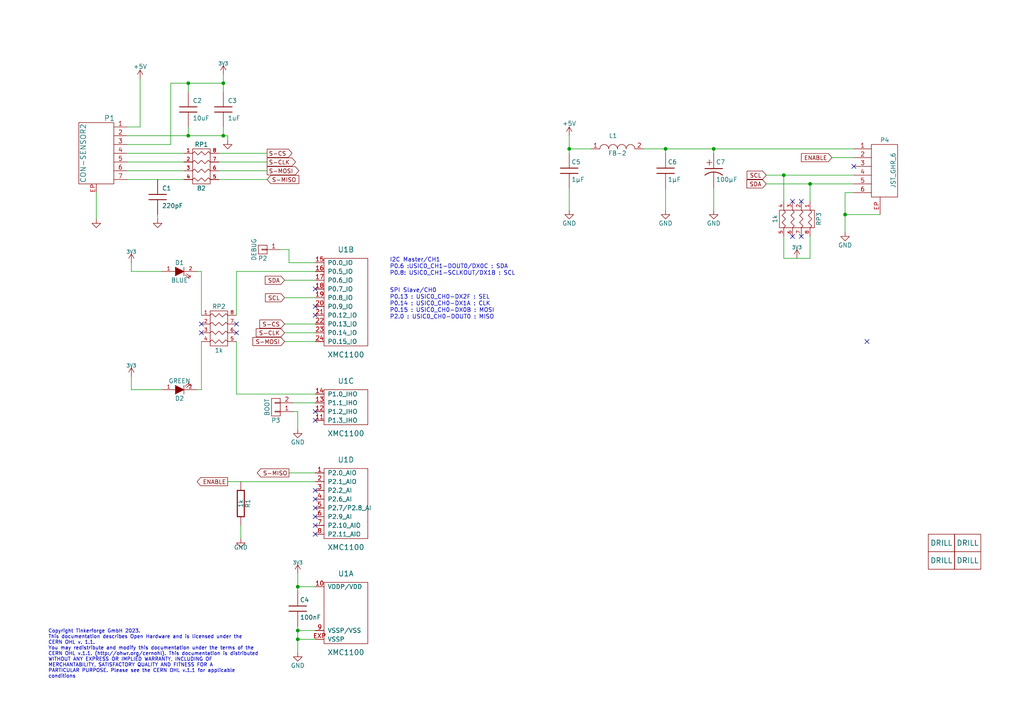
<source format=kicad_sch>
(kicad_sch (version 20230121) (generator eeschema)
  (paper "A4")
  (title_block (title "Laser Range Finder Bricklet 2.0") (date "2023-01-27") (rev "2.0") (company "Tinkerforge GmbH") (comment 1 "Licensed under CERN OHL v.1.1") (comment 2 "Copyright (©) 2023, T.Schneidermann <tim@tinkerforge.com>"))
  (lib_symbols
    (symbol "tinkerforge:+5V" (power) (pin_names (offset 0))
      (property "Value" "+5V" (at 0 3.556 0))
      (symbol "+5V_0_1"
        (polyline (pts (xy -0.762 1.27) (xy 0 2.54)))
        (polyline (pts (xy 0 0) (xy 0 2.54)))
        (polyline (pts (xy 0 2.54) (xy 0.762 1.27)))
      )
      (symbol "+5V_1_1"
        (pin power_in line (at 0 0 90) (length 0) hide (name "+5V") (number "1"))
      )
    )
    (symbol "tinkerforge:3V3" (power) (pin_names (offset 0))
      (property "Value" "3V3" (at 0 3.556 0))
      (symbol "3V3_0_1"
        (polyline (pts (xy -0.762 1.27) (xy 0 2.54)))
        (polyline (pts (xy 0 0) (xy 0 2.54)))
        (polyline (pts (xy 0 2.54) (xy 0.762 1.27)))
      )
      (symbol "3V3_1_1"
        (pin power_in line (at 0 0 90) (length 0) hide (name "3V3") (number "1"))
      )
    )
    (symbol "tinkerforge:C" (pin_numbers hide) (pin_names (offset 0.254))
      (property "Reference" "C" (at 1.27 2.54 0))
      (property "Value" "C" (at 1.27 -2.54 0))
      (symbol "C_0_1"
        (polyline (pts (xy -2.54 -0.762) (xy 2.54 -0.762)) (stroke (width 0.254)))
        (polyline (pts (xy -2.54 0.762) (xy 2.54 0.762)) (stroke (width 0.254)))
      )
      (symbol "C_1_1"
        (pin passive line (at 0 5.08 270) (length 4.318) (name "~") (number "1"))
        (pin passive line (at 0 -5.08 90) (length 4.318) (name "~") (number "2"))
      )
    )
    (symbol "tinkerforge:CON-SENSOR2" (pin_names (offset 1.016))
      (property "Reference" "P" (at -3.81 10.16 0))
      (property "Value" "CON-SENSOR2" (at 3.81 0 90))
      (symbol "CON-SENSOR2_0_1"
        (rectangle (start -5.08 8.89) (end 5.08 -8.89))
      )
      (symbol "CON-SENSOR2_1_1"
        (pin passive line (at -8.89 7.62 0) (length 3.81) (name "~") (number "1"))
        (pin passive line (at -8.89 5.08 0) (length 3.81) (name "~") (number "2"))
        (pin passive line (at -8.89 2.54 0) (length 3.81) (name "~") (number "3"))
        (pin passive line (at -8.89 0 0) (length 3.81) (name "~") (number "4"))
        (pin passive line (at -8.89 -2.54 0) (length 3.81) (name "~") (number "5"))
        (pin passive line (at -8.89 -5.08 0) (length 3.81) (name "~") (number "6"))
        (pin passive line (at -8.89 -7.62 0) (length 3.81) (name "~") (number "7"))
        (pin passive line (at 0 -11.43 90) (length 2.54) (name "~") (number "EP"))
      )
    )
    (symbol "tinkerforge:CONN_01X01" (pin_names (offset 1.016) hide)
      (property "Reference" "P" (at 0 2.54 0))
      (property "Value" "CONN_01X01" (at 2.54 0 90))
      (symbol "CONN_01X01_0_1"
        (rectangle (start -1.27 0.127) (end 0.254 -0.127))
        (rectangle (start -1.27 1.27) (end 1.27 -1.27))
      )
      (symbol "CONN_01X01_1_1"
        (pin passive line (at -5.08 0 0) (length 3.81) (name "P1") (number "1"))
      )
    )
    (symbol "tinkerforge:CONN_01X02" (pin_names (offset 1.016) hide)
      (property "Reference" "P" (at 0 3.81 0))
      (property "Value" "CONN_01X02" (at 2.54 0 90))
      (symbol "CONN_01X02_0_1"
        (rectangle (start -1.27 -1.143) (end 0.254 -1.397))
        (rectangle (start -1.27 1.397) (end 0.254 1.143))
        (rectangle (start -1.27 2.54) (end 1.27 -2.54))
      )
      (symbol "CONN_01X02_1_1"
        (pin passive line (at -5.08 1.27 0) (length 3.81) (name "P1") (number "1"))
        (pin passive line (at -5.08 -1.27 0) (length 3.81) (name "P2") (number "2"))
      )
    )
    (symbol "tinkerforge:CP1" (pin_numbers hide) (pin_names (offset 0.254) hide)
      (property "Reference" "C" (at 1.27 2.54 0))
      (property "Value" "CP1" (at 1.27 -2.54 0))
      (symbol "CP1_0_0"
        (text "+" (at -1.27 2.54 0) (effects (font (size 2.032 2.032))))
      )
      (symbol "CP1_0_1"
        (polyline (pts (xy 0 1.27) (xy 0 0.762) (xy 0 0.762)))
        (polyline (pts (xy 2.54 0.635) (xy -2.54 0.635) (xy -2.54 0.635)) (stroke (width 0.254)))
        (arc (start 2.54 -1.27) (mid 0 -0.379) (end -2.54 -1.27) (stroke (width 0.254)))
      )
      (symbol "CP1_1_1"
        (pin passive line (at 0 5.08 270) (length 3.81) (name "~") (number "1"))
        (pin passive line (at 0 -5.08 90) (length 4.572) (name "~") (number "2"))
      )
    )
    (symbol "tinkerforge:DRILL" (pin_numbers hide) (pin_names (offset 0) hide)
      (property "Value" "DRILL" (at 0 0 0))
      (symbol "DRILL_0_1"
        (rectangle (start -3.81 2.54) (end 3.81 -2.54))
      )
    )
    (symbol "tinkerforge:GND" (power) (pin_names (offset 0))
      (property "Value" "GND" (at 0 -5.08 0))
      (symbol "GND_0_1"
        (polyline (pts (xy 0 0) (xy 0 -1.27) (xy 1.27 -1.27) (xy 0 -2.54) (xy -1.27 -1.27) (xy 0 -1.27)))
      )
      (symbol "GND_1_1"
        (pin power_in line (at 0 0 270) (length 0) hide (name "GND") (number "1"))
      )
    )
    (symbol "tinkerforge:INDUCTOR" (pin_names (offset 1.016))
      (property "Reference" "L" (at 0 2.54 0))
      (property "Value" "INDUCTOR" (at 0 -2.54 0))
      (symbol "INDUCTOR_0_1"
        (arc (start -2.54 0) (mid -3.81 1.2645) (end -5.08 0))
        (arc (start 0 0) (mid -1.27 1.2645) (end -2.54 0))
        (arc (start 2.54 0) (mid 1.27 1.2645) (end 0 0))
        (arc (start 5.08 0) (mid 3.81 1.2645) (end 2.54 0))
      )
      (symbol "INDUCTOR_1_1"
        (pin input line (at -7.62 0 0) (length 2.54) (name "~") (number "1"))
        (pin input line (at 7.62 0 180) (length 2.54) (name "~") (number "2"))
      )
    )
    (symbol "tinkerforge:JST_GHR_6" (pin_names (offset 1.016))
      (property "Reference" "P" (at 0 8.89 0))
      (property "Value" "JST_GHR_6" (at 1.27 0 90))
      (symbol "JST_GHR_6_0_1"
        (rectangle (start -3.81 -7.62) (end 3.81 7.62))
      )
      (symbol "JST_GHR_6_1_1"
        (pin passive line (at -8.89 6.35 0) (length 5.08) (name "~") (number "1"))
        (pin passive line (at -8.89 3.81 0) (length 5.08) (name "~") (number "2"))
        (pin passive line (at -8.89 1.27 0) (length 5.08) (name "~") (number "3"))
        (pin passive line (at -8.89 -1.27 0) (length 5.08) (name "~") (number "4"))
        (pin passive line (at -8.89 -3.81 0) (length 5.08) (name "~") (number "5"))
        (pin passive line (at -8.89 -6.35 0) (length 5.08) (name "~") (number "6"))
        (pin passive line (at -1.27 -12.7 90) (length 5.08) (name "~") (number "EP"))
      )
    )
    (symbol "tinkerforge:LED" (pin_names (offset 1.016) hide)
      (property "Reference" "D" (at 0 2.54 0))
      (property "Value" "LED" (at 0 -2.54 0))
      (symbol "LED_0_1"
        (polyline (pts (xy 1.27 1.27) (xy 1.27 -1.27)))
        (polyline (pts (xy -1.27 1.27) (xy 1.27 0) (xy -1.27 -1.27)) (fill (type outline)))
        (polyline (pts (xy 1.651 -1.016) (xy 2.794 -2.032) (xy 2.667 -1.397)))
        (polyline (pts (xy 2.032 -0.635) (xy 3.175 -1.651) (xy 3.048 -1.016)))
      )
      (symbol "LED_1_1"
        (pin passive line (at -5.08 0 0) (length 3.81) (name "A") (number "1"))
        (pin passive line (at 5.08 0 180) (length 3.81) (name "K") (number "2"))
      )
    )
    (symbol "tinkerforge:R" (pin_numbers hide) (pin_names (offset 0))
      (property "Reference" "R" (at 2.032 0 90))
      (property "Value" "R" (at 0 0 90))
      (symbol "R_0_1"
        (rectangle (start -1.016 3.81) (end 1.016 -3.81) (stroke (width 0.3048)))
      )
      (symbol "R_1_1"
        (pin passive line (at 0 6.35 270) (length 2.54) (name "~") (number "1"))
        (pin passive line (at 0 -6.35 90) (length 2.54) (name "~") (number "2"))
      )
    )
    (symbol "tinkerforge:R_PACK4" (pin_names hide)
      (property "Reference" "RP" (at 0 11.43 0))
      (property "Value" "R_PACK4" (at 0 -1.27 0))
      (symbol "R_PACK4_0_1"
        (polyline (pts (xy -2.54 10.16) (xy -2.54 0) (xy 2.54 0) (xy 2.54 10.16) (xy -2.54 10.16)))
        (polyline (pts (xy -2.54 1.27) (xy -2.032 1.778) (xy -1.016 0.762) (xy 0 1.778) (xy 1.016 0.762) (xy 2.032 1.778) (xy 2.54 1.27)))
        (polyline (pts (xy -2.54 3.81) (xy -2.032 4.318) (xy -1.016 3.302) (xy 0 4.318) (xy 1.016 3.302) (xy 2.032 4.318) (xy 2.54 3.81)))
        (polyline (pts (xy -2.54 6.35) (xy -2.032 6.858) (xy -1.016 5.842) (xy 0 6.858) (xy 1.016 5.842) (xy 2.032 6.858) (xy 2.54 6.35)))
        (polyline (pts (xy -2.54 8.89) (xy -2.032 9.398) (xy -1.016 8.382) (xy 0 9.398) (xy 1.016 8.382) (xy 2.032 9.398) (xy 2.54 8.89)))
      )
      (symbol "R_PACK4_1_1"
        (pin passive line (at -5.08 8.89 0) (length 2.54) (name "P1") (number "1"))
        (pin passive line (at -5.08 6.35 0) (length 2.54) (name "P2") (number "2"))
        (pin passive line (at -5.08 3.81 0) (length 2.54) (name "P3") (number "3"))
        (pin passive line (at -5.08 1.27 0) (length 2.54) (name "P4") (number "4"))
        (pin passive line (at 5.08 1.27 180) (length 2.54) (name "R4") (number "5"))
        (pin passive line (at 5.08 3.81 180) (length 2.54) (name "R3") (number "6"))
        (pin passive line (at 5.08 6.35 180) (length 2.54) (name "R2") (number "7"))
        (pin passive line (at 5.08 8.89 180) (length 2.54) (name "R1") (number "8"))
      )
    )
    (symbol "tinkerforge:XMC1XXX24" (pin_names (offset 1.016))
      (property "Reference" "U" (at -3.81 15.24 0))
      (property "Value" "XMC1XXX24" (at 0 -16.51 0))
      (symbol "XMC1XXX24_1_1"
        (rectangle (start -6.35 8.89) (end 6.35 -8.89))
        (pin passive line (at -8.89 7.62 0) (length 2.54) (name "VDDP/VDD") (number "10"))
        (pin passive line (at -8.89 -5.08 0) (length 2.54) (name "VSSP/VSS") (number "9"))
        (pin passive line (at -8.89 -7.62 0) (length 2.54) (name "VSSP") (number "EXP"))
      )
      (symbol "XMC1XXX24_2_1"
        (rectangle (start -6.35 12.7) (end 6.35 -12.7))
        (pin passive line (at -8.89 11.43 0) (length 2.54) (name "P0.0_IO") (number "15"))
        (pin passive line (at -8.89 8.89 0) (length 2.54) (name "P0.5_IO") (number "16"))
        (pin passive line (at -8.89 6.35 0) (length 2.54) (name "P0.6_IO") (number "17"))
        (pin passive line (at -8.89 3.81 0) (length 2.54) (name "P0.7_IO") (number "18"))
        (pin passive line (at -8.89 1.27 0) (length 2.54) (name "P0.8_IO") (number "19"))
        (pin passive line (at -8.89 -1.27 0) (length 2.54) (name "P0.9_IO") (number "20"))
        (pin passive line (at -8.89 -3.81 0) (length 2.54) (name "P0.12_IO") (number "21"))
        (pin passive line (at -8.89 -6.35 0) (length 2.54) (name "P0.13_IO") (number "22"))
        (pin passive line (at -8.89 -8.89 0) (length 2.54) (name "P0.14_IO") (number "23"))
        (pin passive line (at -8.89 -11.43 0) (length 2.54) (name "P0.15_IO") (number "24"))
      )
      (symbol "XMC1XXX24_3_1"
        (rectangle (start -6.35 5.08) (end 6.35 -5.08))
        (pin passive line (at -8.89 -3.81 0) (length 2.54) (name "P1.3_IHO") (number "11"))
        (pin passive line (at -8.89 -1.27 0) (length 2.54) (name "P1.2_IHO") (number "12"))
        (pin passive line (at -8.89 1.27 0) (length 2.54) (name "P1.1_IHO") (number "13"))
        (pin passive line (at -8.89 3.81 0) (length 2.54) (name "P1.0_IHO") (number "14"))
      )
      (symbol "XMC1XXX24_4_1"
        (rectangle (start -6.35 10.16) (end 6.35 -10.16))
        (pin passive line (at -8.89 8.89 0) (length 2.54) (name "P2.0_AIO") (number "1"))
        (pin passive line (at -8.89 6.35 0) (length 2.54) (name "P2.1_AIO") (number "2"))
        (pin passive line (at -8.89 3.81 0) (length 2.54) (name "P2.2_AI") (number "3"))
        (pin passive line (at -8.89 1.27 0) (length 2.54) (name "P2.6_AI") (number "4"))
        (pin passive line (at -8.89 -1.27 0) (length 2.54) (name "P2.7/P2.8_AI") (number "5"))
        (pin passive line (at -8.89 -3.81 0) (length 2.54) (name "P2.9_AI") (number "6"))
        (pin passive line (at -8.89 -6.35 0) (length 2.54) (name "P2.10_AIO") (number "7"))
        (pin passive line (at -8.89 -8.89 0) (length 2.54) (name "P2.11_AIO") (number "8"))
      )
    )
  )
  (junction (at 234.95 53.34))
  (junction (at 54.61 39.37))
  (junction (at 64.77 39.37))
  (junction (at 227.33 50.8))
  (junction (at 86.36 185.42))
  (junction (at 86.36 170.18))
  (junction (at 193.04 43.18))
  (junction (at 86.36 182.88))
  (junction (at 54.61 24.13))
  (junction (at 165.1 43.18))
  (junction (at 245.11 62.23))
  (junction (at 64.77 24.13))
  (junction (at 207.01 43.18))
  (no_connect (at 232.41 58.42))
  (no_connect (at 68.58 93.98))
  (no_connect (at 229.87 68.58))
  (no_connect (at 91.44 154.94))
  (no_connect (at 229.87 58.42))
  (no_connect (at 91.44 142.24))
  (no_connect (at 232.41 68.58))
  (no_connect (at 91.44 121.92))
  (no_connect (at 91.44 152.4))
  (no_connect (at 91.44 91.44))
  (no_connect (at 91.44 147.32))
  (no_connect (at 68.58 96.52))
  (no_connect (at 58.42 96.52))
  (no_connect (at 91.44 83.82))
  (no_connect (at 247.65 48.26))
  (no_connect (at 91.44 144.78))
  (no_connect (at 251.46 99.06))
  (no_connect (at 91.44 88.9))
  (no_connect (at 91.44 149.86))
  (no_connect (at 91.44 119.38))
  (no_connect (at 58.42 93.98))
  (wire (pts (xy 234.95 74.93) (xy 234.95 68.58)))
  (wire (pts (xy 222.25 53.34) (xy 234.95 53.34)))
  (wire (pts (xy 247.65 45.72) (xy 241.3 45.72)))
  (wire (pts (xy 83.82 76.2) (xy 83.82 72.39)))
  (wire (pts (xy 36.83 49.53) (xy 53.34 49.53)))
  (wire (pts (xy 207.01 54.61) (xy 207.01 60.96)))
  (wire (pts (xy 58.42 113.03) (xy 57.15 113.03)))
  (wire (pts (xy 86.36 185.42) (xy 86.36 189.23)))
  (wire (pts (xy 165.1 54.61) (xy 165.1 60.96)))
  (wire (pts (xy 58.42 91.44) (xy 58.42 78.74)))
  (wire (pts (xy 227.33 50.8) (xy 247.65 50.8)))
  (wire (pts (xy 86.36 170.18) (xy 86.36 171.45)))
  (wire (pts (xy 54.61 39.37) (xy 64.77 39.37)))
  (wire (pts (xy 38.1 113.03) (xy 38.1 109.22)))
  (wire (pts (xy 171.45 43.18) (xy 165.1 43.18)))
  (wire (pts (xy 245.11 55.88) (xy 245.11 62.23)))
  (wire (pts (xy 207.01 43.18) (xy 247.65 43.18)))
  (wire (pts (xy 27.94 55.88) (xy 27.94 63.5)))
  (wire (pts (xy 255.27 62.23) (xy 245.11 62.23)))
  (wire (pts (xy 68.58 114.3) (xy 91.44 114.3)))
  (wire (pts (xy 227.33 58.42) (xy 227.33 50.8)))
  (wire (pts (xy 245.11 62.23) (xy 245.11 67.31)))
  (wire (pts (xy 68.58 99.06) (xy 68.58 114.3)))
  (wire (pts (xy 54.61 24.13) (xy 54.61 26.67)))
  (wire (pts (xy 49.53 24.13) (xy 54.61 24.13)))
  (wire (pts (xy 86.36 185.42) (xy 91.44 185.42)))
  (wire (pts (xy 82.55 99.06) (xy 91.44 99.06)))
  (wire (pts (xy 247.65 55.88) (xy 245.11 55.88)))
  (wire (pts (xy 165.1 39.37) (xy 165.1 43.18)))
  (wire (pts (xy 91.44 96.52) (xy 82.55 96.52)))
  (wire (pts (xy 36.83 52.07) (xy 53.34 52.07)))
  (wire (pts (xy 234.95 53.34) (xy 247.65 53.34)))
  (wire (pts (xy 36.83 39.37) (xy 54.61 39.37)))
  (wire (pts (xy 64.77 39.37) (xy 64.77 36.83)))
  (wire (pts (xy 83.82 72.39) (xy 81.28 72.39)))
  (wire (pts (xy 46.99 78.74) (xy 38.1 78.74)))
  (wire (pts (xy 83.82 76.2) (xy 91.44 76.2)))
  (wire (pts (xy 64.77 21.59) (xy 64.77 24.13)))
  (wire (pts (xy 36.83 41.91) (xy 49.53 41.91)))
  (wire (pts (xy 91.44 137.16) (xy 83.82 137.16)))
  (wire (pts (xy 68.58 78.74) (xy 91.44 78.74)))
  (wire (pts (xy 69.85 156.21) (xy 69.85 152.4)))
  (wire (pts (xy 64.77 39.37) (xy 66.04 39.37)))
  (wire (pts (xy 38.1 78.74) (xy 38.1 76.2)))
  (wire (pts (xy 46.99 113.03) (xy 38.1 113.03)))
  (wire (pts (xy 227.33 74.93) (xy 234.95 74.93)))
  (wire (pts (xy 86.36 182.88) (xy 91.44 182.88)))
  (wire (pts (xy 40.64 36.83) (xy 36.83 36.83)))
  (wire (pts (xy 40.64 22.86) (xy 40.64 36.83)))
  (wire (pts (xy 82.55 81.28) (xy 91.44 81.28)))
  (wire (pts (xy 58.42 78.74) (xy 57.15 78.74)))
  (wire (pts (xy 86.36 182.88) (xy 86.36 185.42)))
  (wire (pts (xy 207.01 44.45) (xy 207.01 43.18)))
  (wire (pts (xy 193.04 43.18) (xy 207.01 43.18)))
  (wire (pts (xy 36.83 44.45) (xy 53.34 44.45)))
  (wire (pts (xy 64.77 24.13) (xy 64.77 26.67)))
  (wire (pts (xy 186.69 43.18) (xy 193.04 43.18)))
  (wire (pts (xy 54.61 36.83) (xy 54.61 39.37)))
  (wire (pts (xy 86.36 166.37) (xy 86.36 170.18)))
  (wire (pts (xy 49.53 41.91) (xy 49.53 24.13)))
  (wire (pts (xy 193.04 44.45) (xy 193.04 43.18)))
  (wire (pts (xy 53.34 46.99) (xy 36.83 46.99)))
  (wire (pts (xy 222.25 50.8) (xy 227.33 50.8)))
  (wire (pts (xy 86.36 181.61) (xy 86.36 182.88)))
  (wire (pts (xy 68.58 91.44) (xy 68.58 78.74)))
  (wire (pts (xy 227.33 68.58) (xy 227.33 74.93)))
  (wire (pts (xy 63.5 46.99) (xy 77.47 46.99)))
  (wire (pts (xy 85.09 119.38) (xy 86.36 119.38)))
  (wire (pts (xy 66.04 39.37) (xy 66.04 40.64)))
  (wire (pts (xy 86.36 170.18) (xy 91.44 170.18)))
  (wire (pts (xy 63.5 49.53) (xy 77.47 49.53)))
  (wire (pts (xy 45.72 63.5) (xy 45.72 62.23)))
  (wire (pts (xy 58.42 99.06) (xy 58.42 113.03)))
  (wire (pts (xy 63.5 44.45) (xy 77.47 44.45)))
  (wire (pts (xy 86.36 119.38) (xy 86.36 124.46)))
  (wire (pts (xy 82.55 93.98) (xy 91.44 93.98)))
  (wire (pts (xy 234.95 58.42) (xy 234.95 53.34)))
  (wire (pts (xy 165.1 43.18) (xy 165.1 44.45)))
  (wire (pts (xy 63.5 52.07) (xy 77.47 52.07)))
  (wire (pts (xy 54.61 24.13) (xy 64.77 24.13)))
  (wire (pts (xy 85.09 116.84) (xy 91.44 116.84)))
  (wire (pts (xy 82.55 86.36) (xy 91.44 86.36)))
  (wire (pts (xy 193.04 54.61) (xy 193.04 60.96)))
  (wire (pts (xy 66.04 139.7) (xy 91.44 139.7)))
  (text "Copyright Tinkerforge GmbH 2023.\nThis documentation describes Open Hardware and is licensed under the\nCERN OHL v. 1.1.\nYou may redistribute and modify this documentation under the terms of the\nCERN OHL v.1.1. (http://ohwr.org/cernohl). This documentation is distributed\nWITHOUT ANY EXPRESS OR IMPLIED WARRANTY, INCLUDING OF\nMERCHANTABILITY, SATISFACTORY QUALITY AND FITNESS FOR A\nPARTICULAR PURPOSE. Please see the CERN OHL v.1.1 for applicable\nconditions\n" (at 13.97 196.85 0) (effects (font (size 1.016 1.016)) (justify left bottom)))
  (text "I2C Master/CH1\nP0.6 :USIC0_CH1-DOUT0/DX0C : SDA\nP0.8: USIC0_CH1-SCLKOUT/DX1B : SCL" (at 113.03 80.01 0) (effects (font (size 1.1938 1.1938)) (justify left bottom)))
  (text "SPI Slave/CH0\nP0.13 : USIC0_CH0-DX2F : SEL\nP0.14 : USIC0_CH0-DX1A : CLK\nP0.15 : USIC0_CH0-DX0B : MOSI\nP2.0 : USIC0_CH0-DOUT0 : MISO" (at 113.03 92.71 0) (effects (font (size 1.1938 1.1938)) (justify left bottom)))
  (global_label "ENABLE" (shape input) (at 241.3 45.72 180) (effects (font (size 1.1938 1.1938))) (property "Intersheetrefs" "${INTERSHEET_REFS}" (effects hide)))
  (global_label "S-MISO" (shape input) (at 77.47 52.07 0) (effects (font (size 1.1938 1.1938))) (property "Intersheetrefs" "${INTERSHEET_REFS}" (effects hide)))
  (global_label "SDA" (shape input) (at 222.25 53.34 180) (effects (font (size 1.1938 1.1938))) (property "Intersheetrefs" "${INTERSHEET_REFS}" (effects hide)))
  (global_label "S-CS" (shape output) (at 77.47 44.45 0) (effects (font (size 1.1938 1.1938))) (property "Intersheetrefs" "${INTERSHEET_REFS}" (effects hide)))
  (global_label "S-CLK" (shape input) (at 82.55 96.52 180) (effects (font (size 1.1938 1.1938))) (property "Intersheetrefs" "${INTERSHEET_REFS}" (effects hide)))
  (global_label "SCL" (shape input) (at 222.25 50.8 180) (effects (font (size 1.1938 1.1938))) (property "Intersheetrefs" "${INTERSHEET_REFS}" (effects hide)))
  (global_label "S-CS" (shape input) (at 82.55 93.98 180) (effects (font (size 1.1938 1.1938))) (property "Intersheetrefs" "${INTERSHEET_REFS}" (effects hide)))
  (global_label "ENABLE" (shape output) (at 66.04 139.7 180) (effects (font (size 1.1938 1.1938))) (property "Intersheetrefs" "${INTERSHEET_REFS}" (effects hide)))
  (global_label "S-MOSI" (shape output) (at 77.47 49.53 0) (effects (font (size 1.1938 1.1938))) (property "Intersheetrefs" "${INTERSHEET_REFS}" (effects hide)))
  (global_label "S-MOSI" (shape input) (at 82.55 99.06 180) (effects (font (size 1.1938 1.1938))) (property "Intersheetrefs" "${INTERSHEET_REFS}" (effects hide)))
  (global_label "SDA" (shape input) (at 82.55 81.28 180) (effects (font (size 1.1938 1.1938))) (property "Intersheetrefs" "${INTERSHEET_REFS}" (effects hide)))
  (global_label "S-MISO" (shape output) (at 83.82 137.16 180) (effects (font (size 1.1938 1.1938))) (property "Intersheetrefs" "${INTERSHEET_REFS}" (effects hide)))
  (global_label "S-CLK" (shape output) (at 77.47 46.99 0) (effects (font (size 1.1938 1.1938))) (property "Intersheetrefs" "${INTERSHEET_REFS}" (effects hide)))
  (global_label "SCL" (shape input) (at 82.55 86.36 180) (effects (font (size 1.1938 1.1938))) (property "Intersheetrefs" "${INTERSHEET_REFS}" (effects hide)))
  (symbol (lib_id "tinkerforge:CON-SENSOR2") (at 27.94 44.45 0) (mirror y) (unit 1)
    (property "Reference" "P1" (at 31.75 34.29 0) (effects (font (size 1.524 1.524))))
    (property "Value" "CON-SENSOR2" (at 24.13 44.45 90) (effects (font (size 1.524 1.524))))
    (property "Footprint" "CON-SENSOR2" (effects hide))
  )
  (symbol (lib_id "tinkerforge:R_PACK4") (at 58.42 53.34 0) (unit 1)
    (property "Reference" "RP1" (at 58.42 41.91 0))
    (property "Value" "82" (at 58.42 54.61 0))
    (property "Footprint" "4X0402" (effects hide))
  )
  (symbol (lib_id "tinkerforge:C") (at 45.72 57.15 0) (unit 1)
    (property "Reference" "C1" (at 46.99 54.61 0) (effects (justify left)))
    (property "Value" "220pF" (at 46.99 59.69 0) (effects (justify left)))
    (property "Footprint" "C0402E" (effects hide))
  )
  (symbol (lib_id "tinkerforge:GND") (at 45.72 63.5 0) (unit 1)
    (property "Reference" "#PWR01" (effects hide))
    (property "Value" "GND" (effects hide))
  )
  (symbol (lib_id "tinkerforge:GND") (at 27.94 63.5 0) (unit 1)
    (property "Reference" "#PWR02" (effects hide))
    (property "Value" "GND" (effects hide))
  )
  (symbol (lib_id "tinkerforge:+5V") (at 40.64 22.86 0) (unit 1)
    (property "Reference" "#PWR03" (effects hide))
    (property "Value" "+5V" (at 40.64 19.304 0))
  )
  (symbol (lib_id "tinkerforge:C") (at 54.61 31.75 0) (unit 1)
    (property "Reference" "C2" (at 55.88 29.21 0) (effects (justify left)))
    (property "Value" "10uF" (at 55.88 34.29 0) (effects (justify left)))
    (property "Footprint" "C0805E" (effects hide))
  )
  (symbol (lib_id "tinkerforge:C") (at 64.77 31.75 0) (unit 1)
    (property "Reference" "C3" (at 66.04 29.21 0) (effects (justify left)))
    (property "Value" "1uF" (at 66.04 34.29 0) (effects (justify left)))
    (property "Footprint" "C0603F" (effects hide))
  )
  (symbol (lib_id "tinkerforge:3V3") (at 64.77 21.59 0) (unit 1)
    (property "Reference" "#PWR04" (effects hide))
    (property "Value" "3V3" (at 64.77 18.415 0) (effects (font (size 1.016 1.016))))
  )
  (symbol (lib_id "tinkerforge:GND") (at 66.04 40.64 0) (unit 1)
    (property "Reference" "#PWR05" (effects hide))
    (property "Value" "GND" (effects hide))
  )
  (symbol (lib_id "tinkerforge:XMC1XXX24") (at 100.33 177.8 0) (unit 1)
    (property "Reference" "U1" (at 100.33 166.37 0) (effects (font (size 1.524 1.524))))
    (property "Value" "XMC1100" (at 100.33 189.23 0) (effects (font (size 1.524 1.524))))
    (property "Footprint" "QFN24-4x4mm-0.5mm" (effects hide))
  )
  (symbol (lib_id "tinkerforge:XMC1XXX24") (at 100.33 87.63 0) (unit 2)
    (property "Reference" "U1" (at 100.33 72.39 0) (effects (font (size 1.524 1.524))))
    (property "Value" "XMC1100" (at 100.33 102.87 0) (effects (font (size 1.524 1.524))))
    (property "Footprint" "QFN24-4x4mm-0.5mm" (effects hide))
  )
  (symbol (lib_id "tinkerforge:XMC1XXX24") (at 100.33 118.11 0) (unit 3)
    (property "Reference" "U1" (at 100.33 110.49 0) (effects (font (size 1.524 1.524))))
    (property "Value" "XMC1100" (at 100.33 125.73 0) (effects (font (size 1.524 1.524))))
    (property "Footprint" "QFN24-4x4mm-0.5mm" (effects hide))
  )
  (symbol (lib_id "tinkerforge:XMC1XXX24") (at 100.33 146.05 0) (unit 4)
    (property "Reference" "U1" (at 100.33 133.35 0) (effects (font (size 1.524 1.524))))
    (property "Value" "XMC1100" (at 100.33 158.75 0) (effects (font (size 1.524 1.524))))
    (property "Footprint" "QFN24-4x4mm-0.5mm" (effects hide))
  )
  (symbol (lib_id "tinkerforge:C") (at 193.04 49.53 0) (unit 1)
    (property "Reference" "C6" (at 193.675 46.99 0) (effects (justify left)))
    (property "Value" "1µF" (at 193.675 52.07 0) (effects (justify left)))
    (property "Footprint" "C0603E" (effects hide))
  )
  (symbol (lib_id "tinkerforge:C") (at 165.1 49.53 0) (unit 1)
    (property "Reference" "C5" (at 165.735 46.99 0) (effects (justify left)))
    (property "Value" "1µF" (at 165.735 52.07 0) (effects (justify left)))
    (property "Footprint" "C0603E" (effects hide))
  )
  (symbol (lib_id "tinkerforge:CP1") (at 207.01 49.53 0) (unit 1)
    (property "Reference" "C7" (at 207.645 46.99 0) (effects (justify left)))
    (property "Value" "100µF" (at 207.645 52.07 0) (effects (justify left)))
    (property "Footprint" "3528-21" (effects hide))
  )
  (symbol (lib_id "tinkerforge:INDUCTOR") (at 179.07 43.18 0) (unit 1)
    (property "Reference" "L1" (at 177.8 39.37 0))
    (property "Value" "FB-2" (at 179.07 44.45 0))
    (property "Footprint" "R0603E" (effects hide))
  )
  (symbol (lib_id "tinkerforge:GND") (at 165.1 60.96 0) (unit 1)
    (property "Reference" "#PWR06" (effects hide))
    (property "Value" "GND" (at 165.1 64.77 0))
  )
  (symbol (lib_id "tinkerforge:GND") (at 193.04 60.96 0) (unit 1)
    (property "Reference" "#PWR07" (effects hide))
    (property "Value" "GND" (at 193.04 64.77 0))
  )
  (symbol (lib_id "tinkerforge:GND") (at 207.01 60.96 0) (unit 1)
    (property "Reference" "#PWR08" (effects hide))
    (property "Value" "GND" (at 207.01 64.77 0))
  )
  (symbol (lib_id "tinkerforge:+5V") (at 165.1 39.37 0) (unit 1)
    (property "Reference" "#PWR09" (effects hide))
    (property "Value" "+5V" (at 165.1 35.814 0))
  )
  (symbol (lib_id "tinkerforge:GND") (at 245.11 67.31 0) (unit 1)
    (property "Reference" "#PWR010" (effects hide))
    (property "Value" "GND" (at 245.11 71.12 0))
  )
  (symbol (lib_id "tinkerforge:GND") (at 86.36 189.23 0) (unit 1)
    (property "Reference" "#PWR011" (effects hide))
    (property "Value" "GND" (at 86.36 193.04 0))
  )
  (symbol (lib_id "tinkerforge:3V3") (at 86.36 166.37 0) (unit 1)
    (property "Reference" "#PWR012" (effects hide))
    (property "Value" "3V3" (at 86.36 163.195 0) (effects (font (size 1.016 1.016))))
  )
  (symbol (lib_id "tinkerforge:C") (at 86.36 176.53 0) (unit 1)
    (property "Reference" "C4" (at 86.995 173.99 0) (effects (justify left)))
    (property "Value" "100nF" (at 86.995 179.07 0) (effects (justify left)))
    (property "Footprint" "C0603F" (effects hide))
  )
  (symbol (lib_id "tinkerforge:LED") (at 52.07 78.74 0) (unit 1)
    (property "Reference" "D1" (at 52.07 76.2 0))
    (property "Value" "BLUE" (at 52.07 81.28 0))
    (property "Footprint" "D0603F" (effects hide))
  )
  (symbol (lib_id "tinkerforge:3V3") (at 38.1 76.2 0) (unit 1)
    (property "Reference" "#PWR013" (effects hide))
    (property "Value" "3V3" (at 38.1 73.025 0) (effects (font (size 1.016 1.016))))
  )
  (symbol (lib_id "tinkerforge:CONN_01X02") (at 80.01 118.11 180) (unit 1)
    (property "Reference" "P3" (at 80.01 121.92 0))
    (property "Value" "BOOT" (at 77.47 118.11 90))
    (property "Footprint" "SolderJumper" (effects hide))
  )
  (symbol (lib_id "tinkerforge:GND") (at 86.36 124.46 0) (unit 1)
    (property "Reference" "#PWR014" (effects hide))
    (property "Value" "GND" (at 86.36 128.27 0))
  )
  (symbol (lib_id "tinkerforge:CONN_01X01") (at 76.2 72.39 180) (unit 1)
    (property "Reference" "P2" (at 76.2 74.93 0))
    (property "Value" "DEBUG" (at 73.66 72.39 90))
    (property "Footprint" "DEBUG_PAD" (effects hide))
  )
  (symbol (lib_id "tinkerforge:R_PACK4") (at 226.06 63.5 270) (unit 1)
    (property "Reference" "RP3" (at 237.49 63.5 0))
    (property "Value" "1k" (at 224.79 63.5 0))
    (property "Footprint" "4X0603" (effects hide))
  )
  (symbol (lib_id "tinkerforge:3V3") (at 231.14 74.93 0) (unit 1)
    (property "Reference" "#PWR015" (effects hide))
    (property "Value" "3V3" (at 231.14 71.755 0) (effects (font (size 1.016 1.016))))
  )
  (symbol (lib_id "tinkerforge:R") (at 69.85 146.05 0) (unit 1)
    (property "Reference" "R1" (at 71.882 146.05 90))
    (property "Value" "1k" (at 69.85 146.05 90))
    (property "Footprint" "R0603E" (effects hide))
  )
  (symbol (lib_id "tinkerforge:GND") (at 69.85 156.21 0) (unit 1)
    (property "Reference" "#PWR016" (effects hide))
    (property "Value" "GND" (at 69.85 158.75 0))
  )
  (symbol (lib_id "tinkerforge:LED") (at 52.07 113.03 0) (mirror x) (unit 1)
    (property "Reference" "D2" (at 52.07 115.57 0))
    (property "Value" "GREEN" (at 52.07 110.49 0))
    (property "Footprint" "D0603F" (effects hide))
  )
  (symbol (lib_id "tinkerforge:3V3") (at 38.1 109.22 0) (unit 1)
    (property "Reference" "#PWR017" (effects hide))
    (property "Value" "3V3" (at 38.1 106.045 0) (effects (font (size 1.016 1.016))))
  )
  (symbol (lib_id "tinkerforge:R_PACK4") (at 63.5 100.33 0) (unit 1)
    (property "Reference" "RP2" (at 63.5 88.9 0))
    (property "Value" "1k" (at 63.5 101.6 0))
    (property "Footprint" "4X0603" (effects hide))
  )
  (symbol (lib_id "tinkerforge:DRILL") (at 280.67 162.56 0) (unit 1)
    (property "Reference" "U5" (effects hide))
    (property "Value" "DRILL" (at 280.67 162.56 0) (effects (font (size 1.524 1.524))))
    (property "Footprint" "DRILL_NP" (effects hide))
  )
  (symbol (lib_id "tinkerforge:DRILL") (at 273.05 162.56 0) (unit 1)
    (property "Reference" "U3" (effects hide))
    (property "Value" "DRILL" (at 273.05 162.56 0) (effects (font (size 1.524 1.524))))
    (property "Footprint" "DRILL_NP" (effects hide))
  )
  (symbol (lib_id "tinkerforge:DRILL") (at 280.67 157.48 0) (unit 1)
    (property "Reference" "U4" (effects hide))
    (property "Value" "DRILL" (at 280.67 157.48 0) (effects (font (size 1.524 1.524))))
    (property "Footprint" "DRILL_NP" (effects hide))
  )
  (symbol (lib_id "tinkerforge:DRILL") (at 273.05 157.48 0) (unit 1)
    (property "Reference" "U2" (effects hide))
    (property "Value" "DRILL" (at 273.05 157.48 0) (effects (font (size 1.524 1.524))))
    (property "Footprint" "DRILL_NP" (effects hide))
  )
  (symbol (lib_id "tinkerforge:JST_GHR_6") (at 256.54 49.53 0) (unit 1)
    (property "Reference" "P4" (at 255.27 40.64 0) (effects (justify left)))
    (property "Value" "JST_GHR_6" (at 259.08 54.61 90) (effects (justify left)))
    (property "Footprint" "JST_GHR_6" (effects hide))
  )
)
</source>
